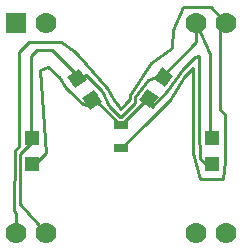
<source format=gbr>
G04 #@! TF.FileFunction,Copper,L2,Bot,Signal*
%FSLAX46Y46*%
G04 Gerber Fmt 4.6, Leading zero omitted, Abs format (unit mm)*
G04 Created by KiCad (PCBNEW 4.0.7-e2-6376~61~ubuntu18.04.1) date Fri Aug 17 14:34:15 2018*
%MOMM*%
%LPD*%
G01*
G04 APERTURE LIST*
%ADD10C,0.100000*%
%ADD11R,1.778000X1.778000*%
%ADD12C,1.778000*%
%ADD13R,1.300000X0.700000*%
%ADD14R,1.200000X1.200000*%
%ADD15C,0.250000*%
G04 APERTURE END LIST*
D10*
D11*
X139611100Y-96113600D03*
D12*
X142151100Y-96113600D03*
X154851100Y-96113600D03*
X157391100Y-96113600D03*
X139611100Y-113893600D03*
X142151100Y-113893600D03*
X154851100Y-113893600D03*
X157391100Y-113893600D03*
D13*
X148450000Y-106725000D03*
X148450000Y-104825000D03*
D14*
X156150000Y-105900000D03*
X156150000Y-108100000D03*
D10*
G36*
X143908429Y-100701588D02*
X144891411Y-100013296D01*
X145579703Y-100996278D01*
X144596721Y-101684570D01*
X143908429Y-100701588D01*
X143908429Y-100701588D01*
G37*
G36*
X145170297Y-102503722D02*
X146153279Y-101815430D01*
X146841571Y-102798412D01*
X145858589Y-103486704D01*
X145170297Y-102503722D01*
X145170297Y-102503722D01*
G37*
D14*
X140900000Y-105900000D03*
X140900000Y-108100000D03*
D10*
G36*
X151933589Y-99913296D02*
X152916571Y-100601588D01*
X152228279Y-101584570D01*
X151245297Y-100896278D01*
X151933589Y-99913296D01*
X151933589Y-99913296D01*
G37*
G36*
X150671721Y-101715430D02*
X151654703Y-102403722D01*
X150966411Y-103386704D01*
X149983429Y-102698412D01*
X150671721Y-101715430D01*
X150671721Y-101715430D01*
G37*
D15*
X154851100Y-97798900D02*
X154851100Y-96113600D01*
X156025000Y-98737500D02*
X154851100Y-96113600D01*
X142151100Y-113893600D02*
X139945000Y-111507500D01*
X139945000Y-111507500D02*
X139945000Y-107234552D01*
X139945000Y-107234552D02*
X140825000Y-106294552D01*
X140825000Y-106294552D02*
X140825000Y-98925000D01*
X140825000Y-98925000D02*
X141325000Y-98425000D01*
X141325000Y-98425000D02*
X142625000Y-98425000D01*
X142625000Y-98425000D02*
X144847183Y-100647183D01*
X144819066Y-100973933D02*
X145498933Y-100573933D01*
X145498933Y-100573933D02*
X146850000Y-101875000D01*
X146850000Y-101875000D02*
X147500000Y-103188602D01*
X147500000Y-103188602D02*
X148430699Y-104119301D01*
X148494301Y-104119301D02*
X149650000Y-102963602D01*
X148430699Y-104119301D02*
X148494301Y-104119301D01*
X152002817Y-100647183D02*
X154851100Y-97798900D01*
X150751067Y-100948933D02*
X151880934Y-100548933D01*
X149650000Y-102450000D02*
X150751067Y-100948933D01*
X149650000Y-102963602D02*
X149650000Y-102450000D01*
X156025000Y-106025000D02*
X156025000Y-98737500D01*
X156150000Y-108100000D02*
X155650000Y-108100000D01*
X155650000Y-108100000D02*
X155200000Y-107650000D01*
X155200000Y-107650000D02*
X155200000Y-107325000D01*
X155200000Y-107325000D02*
X155075000Y-105500000D01*
X155075000Y-105500000D02*
X155075000Y-98925000D01*
X155075000Y-98925000D02*
X154762500Y-99037500D01*
X154762500Y-99037500D02*
X153725000Y-100075000D01*
X153725000Y-100075000D02*
X152412500Y-101912500D01*
X152412500Y-101912500D02*
X151061433Y-103263567D01*
X151061433Y-103263567D02*
X150819066Y-102551067D01*
X150806801Y-102562435D02*
X150447183Y-102202817D01*
X150447183Y-102802817D02*
X150447183Y-102202817D01*
X148450000Y-104800000D02*
X150447183Y-102802817D01*
X145557001Y-103100000D02*
X146005934Y-102651067D01*
X145275000Y-103050000D02*
X145557001Y-103100000D01*
X144100000Y-101875000D02*
X145275000Y-103050000D01*
X146402817Y-102202817D02*
X146402817Y-102777817D01*
X146402817Y-102777817D02*
X148450000Y-104825000D01*
X143750000Y-101550000D02*
X144100000Y-101875000D01*
X142125000Y-107150000D02*
X141650000Y-100150000D01*
X141650000Y-100150000D02*
X142300000Y-99900000D01*
X142300000Y-99900000D02*
X143275000Y-100850000D01*
X143275000Y-100850000D02*
X143750000Y-101550000D01*
X140825000Y-108450000D02*
X142125000Y-107150000D01*
X148450000Y-104825000D02*
X148450000Y-104800000D01*
X155124266Y-109355000D02*
X154600000Y-107150000D01*
X154600000Y-107150000D02*
X154600000Y-103975000D01*
X152600420Y-102674583D02*
X150775000Y-104500000D01*
X153800002Y-100752235D02*
X152600420Y-102674583D01*
X154600000Y-99950000D02*
X153787768Y-100762235D01*
X148075000Y-106825000D02*
X148625000Y-106825000D01*
X139880786Y-106604214D02*
X139850000Y-98600000D01*
X139474342Y-107010658D02*
X139880786Y-106604214D01*
X139454327Y-112054327D02*
X139474342Y-107010658D01*
X154600000Y-103975000D02*
X154600000Y-99950000D01*
X156825000Y-103425000D02*
X157300000Y-103900000D01*
X157300000Y-103900000D02*
X157300000Y-107875000D01*
X157300000Y-107875000D02*
X157131228Y-109355000D01*
X157131228Y-109355000D02*
X155124266Y-109355000D01*
X156825000Y-96679700D02*
X156825000Y-103425000D01*
X150775000Y-104500000D02*
X148450000Y-106725000D01*
X157391100Y-96113600D02*
X156825000Y-96679700D01*
X139611100Y-113893600D02*
X139611100Y-112211100D01*
X156077500Y-94800000D02*
X157391100Y-96113600D01*
X153762493Y-94800000D02*
X156077500Y-94800000D01*
X152881603Y-96745996D02*
X153762493Y-94800000D01*
X152828221Y-98279526D02*
X152881603Y-96745996D01*
X149199998Y-102285709D02*
X151000000Y-99550958D01*
X151000000Y-99550958D02*
X152828221Y-98279526D01*
X149199998Y-102625000D02*
X149199998Y-102285709D01*
X148800000Y-103024998D02*
X149199998Y-102625000D01*
X148800000Y-103082642D02*
X148800000Y-103024998D01*
X148423898Y-103426102D02*
X148800000Y-103082642D01*
X148451102Y-103401102D02*
X148423898Y-103426102D01*
X147925000Y-102675000D02*
X148451102Y-103401102D01*
X147325000Y-101675000D02*
X147925000Y-102675000D01*
X144875000Y-98898334D02*
X147325000Y-101675000D01*
X144875000Y-98875000D02*
X144875000Y-98898334D01*
X144475000Y-98525000D02*
X144875000Y-98875000D01*
X143375000Y-97725000D02*
X144475000Y-98525000D01*
X140725000Y-97725000D02*
X143375000Y-97725000D01*
X139850000Y-98600000D02*
X140725000Y-97725000D01*
X139611100Y-112211100D02*
X139454327Y-112054327D01*
M02*

</source>
